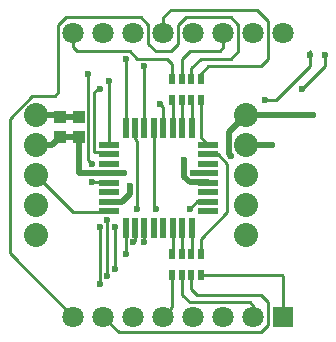
<source format=gbl>
G04 DipTrace 2.4.0.1*
%INminishift.back.gbl*%
%MOIN*%
%ADD13C,0.02*%
%ADD14C,0.0197*%
%ADD15C,0.01*%
%ADD18R,0.0394X0.0433*%
%ADD19C,0.08*%
%ADD21R,0.0669X0.0197*%
%ADD22R,0.0197X0.0669*%
%ADD23R,0.0709X0.0709*%
%ADD24C,0.0709*%
%ADD26R,0.0217X0.0374*%
%ADD29C,0.0236*%
%FSLAX44Y44*%
G04*
G70*
G90*
G75*
G01*
%LNBottom*%
%LPD*%
X13375Y11250D2*
D13*
X12500D1*
X5500D2*
X6044D1*
X6312Y11519D1*
X6937D2*
X6312D1*
X7943Y10305D2*
D14*
X7508D1*
D13*
X6945D1*
X6937Y10313D1*
Y11519D1*
X7943Y10305D2*
X8430D1*
X10438Y10750D2*
Y10188D1*
X10625Y10000D1*
X11240D1*
D14*
X11250Y9990D1*
X9124Y8494D2*
D15*
Y8000D1*
X15125Y14250D2*
Y13875D1*
X14375Y13125D1*
X8494Y7625D2*
Y8494D1*
X8809D2*
Y8059D1*
X8750Y8000D1*
X10069Y11801D2*
Y12736D1*
X10055Y12750D1*
X10699Y11801D2*
Y12736D1*
X10685Y12750D1*
X11000Y6917D2*
X13709D1*
X13750Y6875D1*
Y5526D1*
X10685Y6917D2*
Y6440D1*
X10875Y6250D1*
X13000D1*
X13250Y6000D1*
Y5250D1*
X13000Y5000D1*
X8276D1*
X7750Y5526D1*
X10370Y6917D2*
Y6255D1*
X10625Y6000D1*
X12625D1*
X12750Y5875D1*
Y5526D1*
X10055Y6917D2*
Y5831D1*
X9750Y5526D1*
X10055Y13459D2*
Y13945D1*
X9875Y14125D1*
X8875D1*
X8625Y14375D1*
X6875D1*
X6750Y14500D1*
Y14975D1*
X10370Y13459D2*
Y14120D1*
X10625Y14375D1*
X11625D1*
X11750Y14500D1*
Y14975D1*
X10384Y11801D2*
Y12736D1*
X10370Y12750D1*
X11250Y10935D2*
X11565D1*
X11875Y10625D1*
Y9000D1*
X11000Y8125D1*
Y7625D1*
X10699Y8494D2*
Y7639D1*
X10685Y7625D1*
X10384Y8494D2*
Y7639D1*
X10370Y7625D1*
X10069Y8494D2*
Y7639D1*
X10055Y7625D1*
X10685Y13459D2*
Y13810D1*
X11000Y14125D1*
X12000D1*
X12250Y14375D1*
Y15250D1*
X12000Y15500D1*
X10500D1*
X10250Y15250D1*
Y14625D1*
X10000Y14375D1*
X9500D1*
X9250Y14625D1*
Y15250D1*
X9000Y15500D1*
X6500D1*
X6250Y15250D1*
Y13000D1*
X6125Y12875D1*
X5375D1*
X4625Y12125D1*
Y7651D1*
X6750Y5526D1*
X11000Y13459D2*
Y13625D1*
X11250Y13875D1*
X13000D1*
X13250Y14125D1*
Y15375D1*
X12875Y15750D1*
X10000D1*
X9750Y15500D1*
Y14975D1*
X11000Y12750D2*
Y11500D1*
X11250Y11250D1*
X7250Y13625D2*
Y10750D1*
X7375Y10625D1*
Y10000D2*
X7933D1*
X7943Y9990D1*
X9439Y11801D2*
Y9186D1*
X9500Y9125D1*
X7875Y8750D2*
Y6875D1*
X9124Y13875D2*
Y11801D1*
X8809D2*
Y11441D1*
X8875Y11375D1*
Y9125D1*
X7625Y8500D2*
Y6625D1*
X8500Y14125D2*
Y11807D1*
X8494Y11801D1*
X7943Y11250D2*
Y13375D1*
X7625Y13125D2*
Y13188D1*
X7437Y13000D1*
Y11000D1*
X7878D1*
X7943Y10935D1*
X8125Y7125D2*
Y8500D1*
X10625Y9125D2*
X10875Y9375D1*
X11235D1*
X11250Y9360D1*
X9754Y11801D2*
Y12496D1*
X9625Y12625D1*
X14625Y14250D2*
Y14375D1*
X5500Y10250D2*
X6750Y9000D1*
X7898D1*
X7943Y9045D1*
X13125Y12750D2*
X13500D1*
X14625Y13875D1*
Y14250D1*
X7943Y9360D2*
D13*
X8110D1*
X14750Y12250D2*
X12500D1*
X7943Y9360D2*
D14*
X8110D1*
X5500Y12250D2*
D13*
X6250D1*
X6312Y12188D1*
X6937D2*
X6312D1*
X11250Y10305D2*
D14*
X10750D1*
X8625Y9875D2*
D13*
Y9625D1*
X8360Y9360D1*
D14*
X7943D1*
X12000Y10875D2*
D13*
X11938Y10938D1*
Y11688D1*
X12500Y12250D1*
D29*
X13375Y11250D3*
X8430Y10305D3*
X10438Y10750D3*
X9124Y8000D3*
X15125Y14250D3*
X14375Y13125D3*
X8494Y7625D3*
X8750Y8000D3*
X7250Y13625D3*
X7375Y10625D3*
Y10000D3*
X9500Y9125D3*
X7875Y8750D3*
Y6875D3*
X9124Y13875D3*
X8875Y9125D3*
X7625Y8500D3*
Y6625D3*
X8500Y14125D3*
X7943Y13375D3*
X7625Y13125D3*
X8125Y7125D3*
Y8500D3*
X10625Y9125D3*
X9625Y12625D3*
X14625Y14250D3*
X13125Y12750D3*
X14625Y14250D3*
X14750Y12250D3*
X10750Y10305D3*
X8625Y9875D3*
X12000Y10875D3*
X10750Y10305D3*
D18*
X6312Y12188D3*
Y11519D3*
X6937Y12188D3*
Y11519D3*
D19*
X5500Y8250D3*
Y9250D3*
Y10250D3*
Y11250D3*
Y12250D3*
X12500D3*
Y11250D3*
Y10250D3*
Y9250D3*
Y8250D3*
D21*
X11250Y11250D3*
Y10935D3*
Y10620D3*
Y10305D3*
Y9990D3*
Y9675D3*
Y9360D3*
Y9045D3*
D22*
X10699Y8494D3*
X10384D3*
X10069D3*
X9754D3*
X9439D3*
X9124D3*
X8809D3*
X8494D3*
D21*
X7943Y9045D3*
Y9360D3*
Y9675D3*
Y9990D3*
Y10305D3*
Y10620D3*
Y10935D3*
Y11250D3*
D22*
X8494Y11801D3*
X8809D3*
X9124D3*
X9439D3*
X9754D3*
X10069D3*
X10384D3*
X10699D3*
D23*
X13750Y5526D3*
D24*
X12750D3*
X11750D3*
X10750D3*
X9750D3*
X8750D3*
X7750D3*
X6750D3*
Y14975D3*
X7750D3*
X8750D3*
X9750D3*
X10750D3*
X11750D3*
X12750D3*
X13750D3*
D26*
X11000Y12750D3*
X10685D3*
X10370D3*
X10055D3*
Y13459D3*
X10370D3*
X10685D3*
X11000D3*
X10055Y7625D3*
X10370D3*
X10685D3*
X11000D3*
Y6917D3*
X10685D3*
X10370D3*
X10055D3*
M02*

</source>
